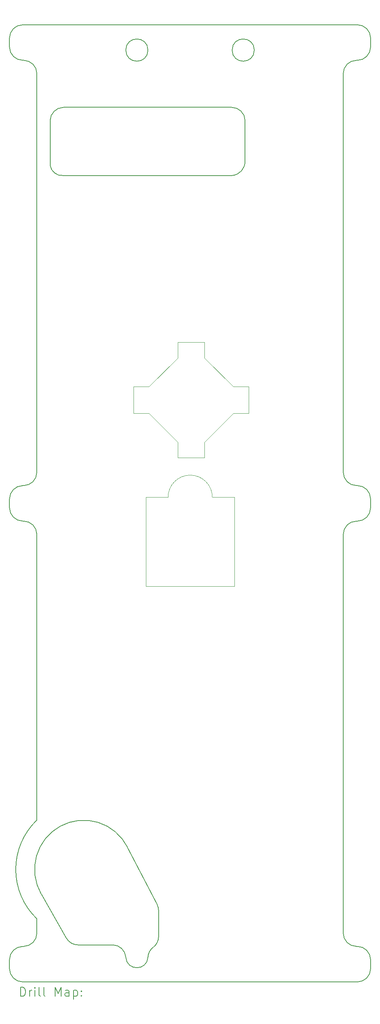
<source format=gbr>
%TF.GenerationSoftware,KiCad,Pcbnew,8.0.4*%
%TF.CreationDate,2025-03-26T23:32:05-07:00*%
%TF.ProjectId,Stationary_X_Panel,53746174-696f-46e6-9172-795f585f5061,1.5*%
%TF.SameCoordinates,Original*%
%TF.FileFunction,Drillmap*%
%TF.FilePolarity,Positive*%
%FSLAX45Y45*%
G04 Gerber Fmt 4.5, Leading zero omitted, Abs format (unit mm)*
G04 Created by KiCad (PCBNEW 8.0.4) date 2025-03-26 23:32:05*
%MOMM*%
%LPD*%
G01*
G04 APERTURE LIST*
%ADD10C,0.200000*%
%ADD11C,0.100000*%
G04 APERTURE END LIST*
D10*
X8316500Y-4159500D02*
X8316500Y-5059500D01*
X8316500Y-5059500D02*
G75*
G02*
X8016500Y-5394499I-317510J-17490D01*
G01*
D11*
X6150000Y-10750000D02*
X6800000Y-11400000D01*
X7400000Y-11400000D02*
X7400000Y-11750000D01*
D10*
X8525000Y-2570000D02*
G75*
G02*
X8025000Y-2570000I-250000J0D01*
G01*
X8025000Y-2570000D02*
G75*
G02*
X8525000Y-2570000I250000J0D01*
G01*
D11*
X6800000Y-11750000D02*
X7400000Y-11750000D01*
D10*
X10532500Y-22450000D02*
X10532500Y-13475000D01*
X10850000Y-12375000D02*
G75*
G02*
X11150000Y-12675000I0J-300000D01*
G01*
X4283606Y-22564417D02*
X3713209Y-21567021D01*
X3300000Y-2800000D02*
X3317500Y-2800000D01*
X6365000Y-21943583D02*
X6365000Y-22528990D01*
X11150000Y-23250000D02*
X11150000Y-23050000D01*
X3617500Y-22127660D02*
X3617500Y-22450000D01*
D11*
X6800000Y-11400000D02*
X6800000Y-11750000D01*
D10*
X11150000Y-12875000D02*
G75*
G02*
X10850000Y-13175000I-300000J0D01*
G01*
D11*
X7400000Y-11400000D02*
X8050000Y-10750000D01*
D10*
X3000000Y-23050000D02*
G75*
G02*
X3300000Y-22750000I300000J0D01*
G01*
X6124638Y-22993448D02*
G75*
G02*
X6244604Y-22769290I299622J-16172D01*
G01*
X10532500Y-3100000D02*
G75*
G02*
X10832500Y-2800000I300000J0D01*
G01*
X3617500Y-22450000D02*
G75*
G02*
X3317500Y-22750000I-300000J0D01*
G01*
X4216500Y-3859500D02*
X8016500Y-3859500D01*
X3300000Y-23550000D02*
G75*
G02*
X3000000Y-23250000I0J300000D01*
G01*
X10532500Y-13475000D02*
G75*
G02*
X10832500Y-13175000I300000J0D01*
G01*
D11*
X6078500Y-14639500D02*
X6078500Y-12639500D01*
D10*
X11150000Y-2500000D02*
X11150000Y-2300000D01*
X10850000Y-2000000D02*
G75*
G02*
X11150000Y-2300000I0J-300000D01*
G01*
X3300000Y-2800000D02*
G75*
G02*
X3000000Y-2500000I0J300000D01*
G01*
D11*
X7400000Y-9150000D02*
X6800000Y-9150000D01*
D10*
X10850000Y-22750000D02*
G75*
G02*
X11150000Y-23050000I0J-300000D01*
G01*
X10850000Y-12375000D02*
X10832500Y-12375000D01*
X3000000Y-12675000D02*
X3000000Y-12875000D01*
X3317500Y-12375000D02*
X3300000Y-12375000D01*
X10832500Y-22750000D02*
G75*
G02*
X10532500Y-22450000I0J300000D01*
G01*
D11*
X6800000Y-9500000D02*
X6150000Y-10150000D01*
D10*
X3000000Y-2300000D02*
G75*
G02*
X3300000Y-2000000I300000J0D01*
G01*
D11*
X8400000Y-10750000D02*
X8400000Y-10150000D01*
X6578500Y-12639500D02*
G75*
G02*
X7578500Y-12639500I500000J0D01*
G01*
D10*
X10832500Y-13175000D02*
X10850000Y-13175000D01*
X10832500Y-12375000D02*
G75*
G02*
X10532500Y-12075000I0J300000D01*
G01*
X10832500Y-2800000D02*
X10850000Y-2800000D01*
X3300000Y-13175000D02*
G75*
G02*
X3000000Y-12875000I0J300000D01*
G01*
X8016500Y-3859500D02*
G75*
G02*
X8316500Y-4159500I0J-300000D01*
G01*
X6365000Y-22528990D02*
G75*
G02*
X6244602Y-22769288I-300000J0D01*
G01*
X8016500Y-5394500D02*
X4216500Y-5394500D01*
D11*
X6800000Y-9500000D02*
X6800000Y-9150000D01*
D10*
X4216500Y-5394500D02*
G75*
G02*
X3916501Y-5159500I-28770J272260D01*
G01*
D11*
X5800000Y-10750000D02*
X5800000Y-10150000D01*
D10*
X6124638Y-22993448D02*
G75*
G02*
X5625521Y-22996130I-249638J13448D01*
G01*
X3916500Y-4159500D02*
G75*
G02*
X4216500Y-3859500I304763J-4763D01*
G01*
X3617500Y-12075000D02*
G75*
G02*
X3317500Y-12375000I-300000J0D01*
G01*
X10850000Y-22750000D02*
X10832500Y-22750000D01*
X3617500Y-3100000D02*
X3617500Y-12075000D01*
X11150000Y-12875000D02*
X11150000Y-12675000D01*
X3317500Y-13175000D02*
G75*
G02*
X3617500Y-13475000I0J-300000D01*
G01*
D11*
X8078500Y-12639500D02*
X8078500Y-14639500D01*
X7578500Y-12639500D02*
X8078500Y-12639500D01*
D10*
X3317500Y-22750000D02*
X3300000Y-22750000D01*
X3000000Y-2300000D02*
X3000000Y-2500000D01*
X10532500Y-12075000D02*
X10532500Y-3100000D01*
X5326146Y-22715486D02*
G75*
G02*
X5625521Y-22996130I24J-299974D01*
G01*
X11150000Y-2500000D02*
G75*
G02*
X10850000Y-2800000I-300000J0D01*
G01*
D11*
X6078500Y-12639500D02*
X6578500Y-12639500D01*
D10*
X6125000Y-2570000D02*
G75*
G02*
X5625000Y-2570000I-250000J0D01*
G01*
X5625000Y-2570000D02*
G75*
G02*
X6125000Y-2570000I250000J0D01*
G01*
X5326146Y-22715486D02*
X4544028Y-22715486D01*
D11*
X7400000Y-9500000D02*
X7400000Y-9150000D01*
D10*
X4544028Y-22715486D02*
G75*
G02*
X4283605Y-22564418I2J300006D01*
G01*
X3916500Y-4159500D02*
X3916500Y-5159500D01*
D11*
X8078500Y-14639500D02*
X6078500Y-14639500D01*
X8050000Y-10150000D02*
X7400000Y-9500000D01*
X8050000Y-10150000D02*
X8400000Y-10150000D01*
D10*
X5658777Y-20507316D02*
X6331375Y-21805581D01*
X6331375Y-21805581D02*
G75*
G02*
X6365002Y-21943583I-266425J-138019D01*
G01*
D11*
X5800000Y-10150000D02*
X6150000Y-10150000D01*
D10*
X3000000Y-23050000D02*
X3000000Y-23250000D01*
X3317500Y-2800000D02*
G75*
G02*
X3617500Y-3100000I0J-300000D01*
G01*
X10850000Y-2000000D02*
X3300000Y-2000000D01*
D11*
X8050000Y-10750000D02*
X8400000Y-10750000D01*
X5800000Y-10750000D02*
X6150000Y-10750000D01*
D10*
X3713209Y-21567021D02*
G75*
G02*
X5658777Y-20507316I961791J550035D01*
G01*
X11150000Y-23250000D02*
G75*
G02*
X10850000Y-23550000I-300000J0D01*
G01*
X3300000Y-13175000D02*
X3317500Y-13175000D01*
X3617500Y-22127660D02*
G75*
G02*
X3617500Y-19906312I1057501J1110674D01*
G01*
X3300000Y-23550000D02*
X10850000Y-23550000D01*
X3617500Y-13475000D02*
X3617500Y-19906312D01*
X3000000Y-12675000D02*
G75*
G02*
X3300000Y-12375000I300000J0D01*
G01*
X3250777Y-23871484D02*
X3250777Y-23671484D01*
X3250777Y-23671484D02*
X3298396Y-23671484D01*
X3298396Y-23671484D02*
X3326967Y-23681008D01*
X3326967Y-23681008D02*
X3346015Y-23700055D01*
X3346015Y-23700055D02*
X3355539Y-23719103D01*
X3355539Y-23719103D02*
X3365062Y-23757198D01*
X3365062Y-23757198D02*
X3365062Y-23785769D01*
X3365062Y-23785769D02*
X3355539Y-23823865D01*
X3355539Y-23823865D02*
X3346015Y-23842912D01*
X3346015Y-23842912D02*
X3326967Y-23861960D01*
X3326967Y-23861960D02*
X3298396Y-23871484D01*
X3298396Y-23871484D02*
X3250777Y-23871484D01*
X3450777Y-23871484D02*
X3450777Y-23738150D01*
X3450777Y-23776246D02*
X3460301Y-23757198D01*
X3460301Y-23757198D02*
X3469824Y-23747674D01*
X3469824Y-23747674D02*
X3488872Y-23738150D01*
X3488872Y-23738150D02*
X3507920Y-23738150D01*
X3574586Y-23871484D02*
X3574586Y-23738150D01*
X3574586Y-23671484D02*
X3565062Y-23681008D01*
X3565062Y-23681008D02*
X3574586Y-23690531D01*
X3574586Y-23690531D02*
X3584110Y-23681008D01*
X3584110Y-23681008D02*
X3574586Y-23671484D01*
X3574586Y-23671484D02*
X3574586Y-23690531D01*
X3698396Y-23871484D02*
X3679348Y-23861960D01*
X3679348Y-23861960D02*
X3669824Y-23842912D01*
X3669824Y-23842912D02*
X3669824Y-23671484D01*
X3803158Y-23871484D02*
X3784110Y-23861960D01*
X3784110Y-23861960D02*
X3774586Y-23842912D01*
X3774586Y-23842912D02*
X3774586Y-23671484D01*
X4031729Y-23871484D02*
X4031729Y-23671484D01*
X4031729Y-23671484D02*
X4098396Y-23814341D01*
X4098396Y-23814341D02*
X4165062Y-23671484D01*
X4165062Y-23671484D02*
X4165062Y-23871484D01*
X4346015Y-23871484D02*
X4346015Y-23766722D01*
X4346015Y-23766722D02*
X4336491Y-23747674D01*
X4336491Y-23747674D02*
X4317444Y-23738150D01*
X4317444Y-23738150D02*
X4279348Y-23738150D01*
X4279348Y-23738150D02*
X4260301Y-23747674D01*
X4346015Y-23861960D02*
X4326967Y-23871484D01*
X4326967Y-23871484D02*
X4279348Y-23871484D01*
X4279348Y-23871484D02*
X4260301Y-23861960D01*
X4260301Y-23861960D02*
X4250777Y-23842912D01*
X4250777Y-23842912D02*
X4250777Y-23823865D01*
X4250777Y-23823865D02*
X4260301Y-23804817D01*
X4260301Y-23804817D02*
X4279348Y-23795293D01*
X4279348Y-23795293D02*
X4326967Y-23795293D01*
X4326967Y-23795293D02*
X4346015Y-23785769D01*
X4441253Y-23738150D02*
X4441253Y-23938150D01*
X4441253Y-23747674D02*
X4460301Y-23738150D01*
X4460301Y-23738150D02*
X4498396Y-23738150D01*
X4498396Y-23738150D02*
X4517444Y-23747674D01*
X4517444Y-23747674D02*
X4526967Y-23757198D01*
X4526967Y-23757198D02*
X4536491Y-23776246D01*
X4536491Y-23776246D02*
X4536491Y-23833388D01*
X4536491Y-23833388D02*
X4526967Y-23852436D01*
X4526967Y-23852436D02*
X4517444Y-23861960D01*
X4517444Y-23861960D02*
X4498396Y-23871484D01*
X4498396Y-23871484D02*
X4460301Y-23871484D01*
X4460301Y-23871484D02*
X4441253Y-23861960D01*
X4622205Y-23852436D02*
X4631729Y-23861960D01*
X4631729Y-23861960D02*
X4622205Y-23871484D01*
X4622205Y-23871484D02*
X4612682Y-23861960D01*
X4612682Y-23861960D02*
X4622205Y-23852436D01*
X4622205Y-23852436D02*
X4622205Y-23871484D01*
X4622205Y-23747674D02*
X4631729Y-23757198D01*
X4631729Y-23757198D02*
X4622205Y-23766722D01*
X4622205Y-23766722D02*
X4612682Y-23757198D01*
X4612682Y-23757198D02*
X4622205Y-23747674D01*
X4622205Y-23747674D02*
X4622205Y-23766722D01*
M02*

</source>
